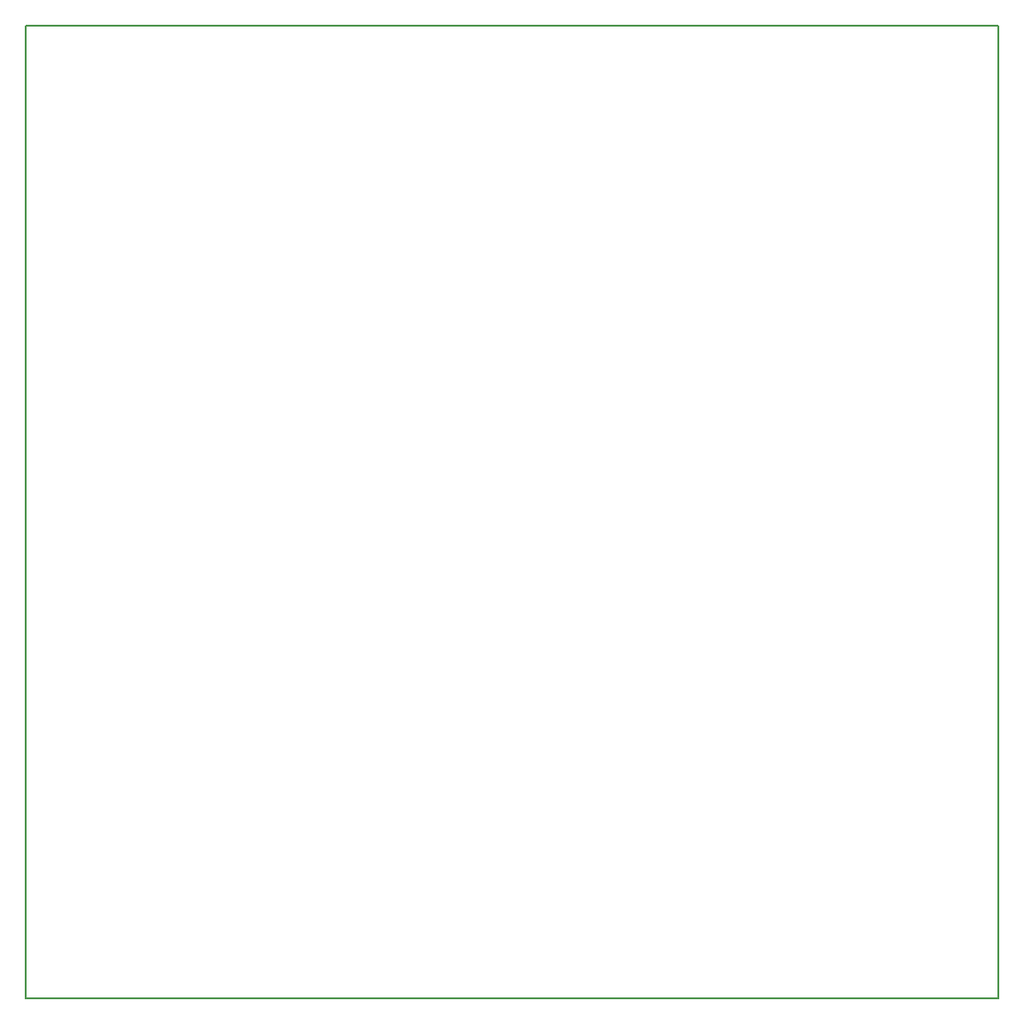
<source format=gbo>
G04 MADE WITH FRITZING*
G04 WWW.FRITZING.ORG*
G04 DOUBLE SIDED*
G04 HOLES PLATED*
G04 CONTOUR ON CENTER OF CONTOUR VECTOR*
%ASAXBY*%
%FSLAX23Y23*%
%MOIN*%
%OFA0B0*%
%SFA1.0B1.0*%
%ADD10R,3.543310X3.543310X3.527310X3.527310*%
%ADD11C,0.008000*%
%LNSILK0*%
G90*
G70*
G54D11*
X4Y3539D02*
X3539Y3539D01*
X3539Y4D01*
X4Y4D01*
X4Y3539D01*
D02*
G04 End of Silk0*
M02*
</source>
